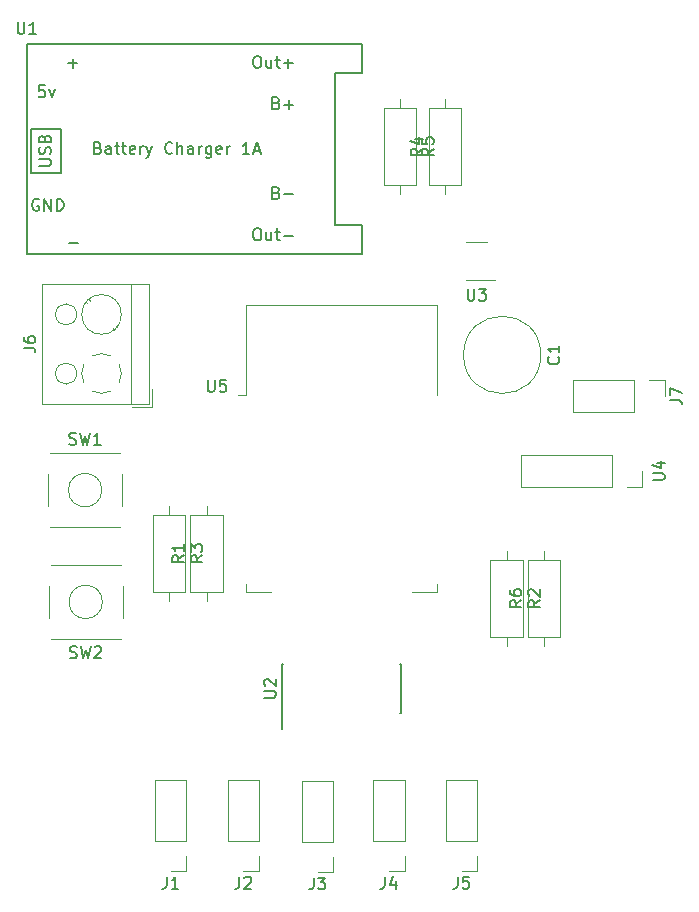
<source format=gbr>
G04 #@! TF.GenerationSoftware,KiCad,Pcbnew,5.0.2-bee76a0~70~ubuntu16.04.1*
G04 #@! TF.CreationDate,2019-08-20T20:13:55+02:00*
G04 #@! TF.ProjectId,connected_garden_pcb,636f6e6e-6563-4746-9564-5f6761726465,rev?*
G04 #@! TF.SameCoordinates,Original*
G04 #@! TF.FileFunction,Legend,Top*
G04 #@! TF.FilePolarity,Positive*
%FSLAX46Y46*%
G04 Gerber Fmt 4.6, Leading zero omitted, Abs format (unit mm)*
G04 Created by KiCad (PCBNEW 5.0.2-bee76a0~70~ubuntu16.04.1) date mar. 20 août 2019 20:13:55 CEST*
%MOMM*%
%LPD*%
G01*
G04 APERTURE LIST*
%ADD10C,0.120000*%
%ADD11C,0.150000*%
G04 APERTURE END LIST*
D10*
G04 #@! TO.C,J7*
X60265000Y-42485000D02*
X60265000Y-45145000D01*
X65405000Y-42485000D02*
X60265000Y-42485000D01*
X65405000Y-45145000D02*
X60265000Y-45145000D01*
X65405000Y-42485000D02*
X65405000Y-45145000D01*
X66675000Y-42485000D02*
X68005000Y-42485000D01*
X68005000Y-42485000D02*
X68005000Y-43815000D01*
G04 #@! TO.C,C1*
X57510230Y-40328215D02*
G75*
G03X57510230Y-40328215I-3270000J0D01*
G01*
G04 #@! TO.C,J1*
X27497958Y-84060712D02*
X26167958Y-84060712D01*
X27497958Y-82730712D02*
X27497958Y-84060712D01*
X27497958Y-81460712D02*
X24837958Y-81460712D01*
X24837958Y-81460712D02*
X24837958Y-76320712D01*
X27497958Y-81460712D02*
X27497958Y-76320712D01*
X27497958Y-76320712D02*
X24837958Y-76320712D01*
G04 #@! TO.C,J2*
X33655968Y-76320712D02*
X30995968Y-76320712D01*
X33655968Y-81460712D02*
X33655968Y-76320712D01*
X30995968Y-81460712D02*
X30995968Y-76320712D01*
X33655968Y-81460712D02*
X30995968Y-81460712D01*
X33655968Y-82730712D02*
X33655968Y-84060712D01*
X33655968Y-84060712D02*
X32325968Y-84060712D01*
G04 #@! TO.C,J3*
X39938000Y-84134000D02*
X38608000Y-84134000D01*
X39938000Y-82804000D02*
X39938000Y-84134000D01*
X39938000Y-81534000D02*
X37278000Y-81534000D01*
X37278000Y-81534000D02*
X37278000Y-76394000D01*
X39938000Y-81534000D02*
X39938000Y-76394000D01*
X39938000Y-76394000D02*
X37278000Y-76394000D01*
G04 #@! TO.C,J4*
X45971988Y-76320712D02*
X43311988Y-76320712D01*
X45971988Y-81460712D02*
X45971988Y-76320712D01*
X43311988Y-81460712D02*
X43311988Y-76320712D01*
X45971988Y-81460712D02*
X43311988Y-81460712D01*
X45971988Y-82730712D02*
X45971988Y-84060712D01*
X45971988Y-84060712D02*
X44641988Y-84060712D01*
G04 #@! TO.C,J5*
X52130000Y-84060712D02*
X50800000Y-84060712D01*
X52130000Y-82730712D02*
X52130000Y-84060712D01*
X52130000Y-81460712D02*
X49470000Y-81460712D01*
X49470000Y-81460712D02*
X49470000Y-76320712D01*
X52130000Y-81460712D02*
X52130000Y-76320712D01*
X52130000Y-76320712D02*
X49470000Y-76320712D01*
G04 #@! TO.C,J6*
X21803352Y-41121288D02*
G75*
G02X22000000Y-41910000I-1483352J-788712D01*
G01*
X19530912Y-40426047D02*
G75*
G02X21109000Y-40426000I789088J-1483953D01*
G01*
X18836047Y-42699088D02*
G75*
G02X18836000Y-41121000I1483953J789088D01*
G01*
X21109088Y-43393953D02*
G75*
G02X19531000Y-43394000I-789088J1483953D01*
G01*
X22000450Y-41880617D02*
G75*
G02X21804000Y-42699000I-1680450J-29383D01*
G01*
X18220000Y-41910000D02*
G75*
G03X18220000Y-41910000I-900000J0D01*
G01*
X22000000Y-36910000D02*
G75*
G03X22000000Y-36910000I-1680000J0D01*
G01*
X18220000Y-36910000D02*
G75*
G03X18220000Y-36910000I-900000J0D01*
G01*
X22820000Y-44470000D02*
X22820000Y-34350000D01*
X15260000Y-44470000D02*
X15260000Y-34350000D01*
X24380000Y-44470000D02*
X24380000Y-34350000D01*
X15260000Y-44470000D02*
X24380000Y-44470000D01*
X15260000Y-34350000D02*
X24380000Y-34350000D01*
X19251000Y-35635000D02*
X19344000Y-35729000D01*
X21536000Y-37920000D02*
X21594000Y-37979000D01*
X19045000Y-35840000D02*
X19104000Y-35899000D01*
X21296000Y-38090000D02*
X21389000Y-38184000D01*
X22880000Y-44710000D02*
X24620000Y-44710000D01*
X24620000Y-44710000D02*
X24620000Y-43210000D01*
G04 #@! TO.C,R1*
X27840000Y-60420000D02*
X30580000Y-60420000D01*
X30580000Y-60420000D02*
X30580000Y-53880000D01*
X30580000Y-53880000D02*
X27840000Y-53880000D01*
X27840000Y-53880000D02*
X27840000Y-60420000D01*
X29210000Y-61190000D02*
X29210000Y-60420000D01*
X29210000Y-53110000D02*
X29210000Y-53880000D01*
G04 #@! TO.C,R2*
X54610000Y-65000000D02*
X54610000Y-64230000D01*
X54610000Y-56920000D02*
X54610000Y-57690000D01*
X55980000Y-64230000D02*
X55980000Y-57690000D01*
X53240000Y-64230000D02*
X55980000Y-64230000D01*
X53240000Y-57690000D02*
X53240000Y-64230000D01*
X55980000Y-57690000D02*
X53240000Y-57690000D01*
G04 #@! TO.C,R3*
X26035000Y-61190000D02*
X26035000Y-60420000D01*
X26035000Y-53110000D02*
X26035000Y-53880000D01*
X27405000Y-60420000D02*
X27405000Y-53880000D01*
X24665000Y-60420000D02*
X27405000Y-60420000D01*
X24665000Y-53880000D02*
X24665000Y-60420000D01*
X27405000Y-53880000D02*
X24665000Y-53880000D01*
G04 #@! TO.C,R4*
X48046792Y-25972646D02*
X50786792Y-25972646D01*
X50786792Y-25972646D02*
X50786792Y-19432646D01*
X50786792Y-19432646D02*
X48046792Y-19432646D01*
X48046792Y-19432646D02*
X48046792Y-25972646D01*
X49416792Y-26742646D02*
X49416792Y-25972646D01*
X49416792Y-18662646D02*
X49416792Y-19432646D01*
G04 #@! TO.C,R5*
X45606792Y-26742646D02*
X45606792Y-25972646D01*
X45606792Y-18662646D02*
X45606792Y-19432646D01*
X46976792Y-25972646D02*
X46976792Y-19432646D01*
X44236792Y-25972646D02*
X46976792Y-25972646D01*
X44236792Y-19432646D02*
X44236792Y-25972646D01*
X46976792Y-19432646D02*
X44236792Y-19432646D01*
G04 #@! TO.C,R6*
X56415000Y-64230000D02*
X59155000Y-64230000D01*
X59155000Y-64230000D02*
X59155000Y-57690000D01*
X59155000Y-57690000D02*
X56415000Y-57690000D01*
X56415000Y-57690000D02*
X56415000Y-64230000D01*
X57785000Y-65000000D02*
X57785000Y-64230000D01*
X57785000Y-56920000D02*
X57785000Y-57690000D01*
G04 #@! TO.C,SW1*
X20339214Y-51780000D02*
G75*
G03X20339214Y-51780000I-1414214J0D01*
G01*
X15955000Y-54900000D02*
X21895000Y-54900000D01*
X15955000Y-48660000D02*
X21895000Y-48660000D01*
X15805000Y-53120000D02*
X15805000Y-50440000D01*
X22045000Y-50440000D02*
X22045000Y-53120000D01*
G04 #@! TO.C,SW2*
X15855000Y-62590000D02*
X15855000Y-59910000D01*
X22095000Y-59910000D02*
X22095000Y-62590000D01*
X21945000Y-64370000D02*
X16005000Y-64370000D01*
X21945000Y-58130000D02*
X16005000Y-58130000D01*
X20389214Y-61250000D02*
G75*
G03X20389214Y-61250000I-1414214J0D01*
G01*
D11*
G04 #@! TO.C,U1*
X13970000Y-13970000D02*
X40270000Y-13970000D01*
X14370000Y-24970000D02*
X14370000Y-21270000D01*
X16870000Y-24970000D02*
X14370000Y-24970000D01*
X16870000Y-21170000D02*
X16870000Y-24970000D01*
X14370000Y-21170000D02*
X16870000Y-21170000D01*
X13970000Y-31770000D02*
X13970000Y-13970000D01*
X42370000Y-31770000D02*
X13970000Y-31770000D01*
X42370000Y-29670000D02*
X42370000Y-31770000D01*
X42370000Y-16470000D02*
X40070000Y-16470000D01*
X42370000Y-13970000D02*
X42370000Y-16470000D01*
X40270000Y-13970000D02*
X42370000Y-13970000D01*
X42370000Y-29370000D02*
X42370000Y-29670000D01*
X40270000Y-29370000D02*
X42370000Y-29370000D01*
X40070000Y-29370000D02*
X40370000Y-29370000D01*
X40070000Y-16470000D02*
X40070000Y-29370000D01*
D10*
G04 #@! TO.C,U3*
X52970000Y-30775000D02*
X51170000Y-30775000D01*
X51170000Y-33995000D02*
X53620000Y-33995000D01*
G04 #@! TO.C,U4*
X63500000Y-48835000D02*
X63500000Y-51495000D01*
X63500000Y-48835000D02*
X55820000Y-48835000D01*
X55820000Y-48835000D02*
X55820000Y-51495000D01*
X63500000Y-51495000D02*
X55820000Y-51495000D01*
X66100000Y-51495000D02*
X64770000Y-51495000D01*
X66100000Y-50165000D02*
X66100000Y-51495000D01*
G04 #@! TO.C,U5*
X32520000Y-36140000D02*
X48760000Y-36140000D01*
X48760000Y-36140000D02*
X48760000Y-43760000D01*
X48760000Y-59760000D02*
X48760000Y-60380000D01*
X48760000Y-60380000D02*
X46640000Y-60380000D01*
X34640000Y-60380000D02*
X32520000Y-60380000D01*
X32520000Y-60380000D02*
X32520000Y-59760000D01*
X32520000Y-43760000D02*
X32520000Y-36140000D01*
X32520000Y-43760000D02*
X31910000Y-43760000D01*
D11*
G04 #@! TO.C,U2*
X35565000Y-70655000D02*
X35590000Y-70655000D01*
X35565000Y-66505000D02*
X35670000Y-66505000D01*
X45715000Y-66505000D02*
X45610000Y-66505000D01*
X45715000Y-70655000D02*
X45610000Y-70655000D01*
X35565000Y-70655000D02*
X35565000Y-66505000D01*
X45715000Y-70655000D02*
X45715000Y-66505000D01*
X35590000Y-70655000D02*
X35590000Y-72030000D01*
G04 #@! TO.C,J7*
X68457380Y-44148333D02*
X69171666Y-44148333D01*
X69314523Y-44195952D01*
X69409761Y-44291190D01*
X69457380Y-44434047D01*
X69457380Y-44529285D01*
X68457380Y-43767380D02*
X68457380Y-43100714D01*
X69457380Y-43529285D01*
G04 #@! TO.C,C1*
X58997372Y-40494881D02*
X59044991Y-40542500D01*
X59092610Y-40685357D01*
X59092610Y-40780595D01*
X59044991Y-40923453D01*
X58949753Y-41018691D01*
X58854515Y-41066310D01*
X58664039Y-41113929D01*
X58521182Y-41113929D01*
X58330706Y-41066310D01*
X58235468Y-41018691D01*
X58140230Y-40923453D01*
X58092610Y-40780595D01*
X58092610Y-40685357D01*
X58140230Y-40542500D01*
X58187849Y-40494881D01*
X59092610Y-39542500D02*
X59092610Y-40113929D01*
X59092610Y-39828215D02*
X58092610Y-39828215D01*
X58235468Y-39923453D01*
X58330706Y-40018691D01*
X58378325Y-40113929D01*
G04 #@! TO.C,J1*
X25834624Y-84513092D02*
X25834624Y-85227378D01*
X25787005Y-85370235D01*
X25691767Y-85465473D01*
X25548910Y-85513092D01*
X25453672Y-85513092D01*
X26834624Y-85513092D02*
X26263196Y-85513092D01*
X26548910Y-85513092D02*
X26548910Y-84513092D01*
X26453672Y-84655950D01*
X26358434Y-84751188D01*
X26263196Y-84798807D01*
G04 #@! TO.C,J2*
X31992634Y-84513092D02*
X31992634Y-85227378D01*
X31945015Y-85370235D01*
X31849777Y-85465473D01*
X31706920Y-85513092D01*
X31611682Y-85513092D01*
X32421206Y-84608331D02*
X32468825Y-84560712D01*
X32564063Y-84513092D01*
X32802158Y-84513092D01*
X32897396Y-84560712D01*
X32945015Y-84608331D01*
X32992634Y-84703569D01*
X32992634Y-84798807D01*
X32945015Y-84941664D01*
X32373587Y-85513092D01*
X32992634Y-85513092D01*
G04 #@! TO.C,J3*
X38274666Y-84586380D02*
X38274666Y-85300666D01*
X38227047Y-85443523D01*
X38131809Y-85538761D01*
X37988952Y-85586380D01*
X37893714Y-85586380D01*
X38655619Y-84586380D02*
X39274666Y-84586380D01*
X38941333Y-84967333D01*
X39084190Y-84967333D01*
X39179428Y-85014952D01*
X39227047Y-85062571D01*
X39274666Y-85157809D01*
X39274666Y-85395904D01*
X39227047Y-85491142D01*
X39179428Y-85538761D01*
X39084190Y-85586380D01*
X38798476Y-85586380D01*
X38703238Y-85538761D01*
X38655619Y-85491142D01*
G04 #@! TO.C,J4*
X44308654Y-84513092D02*
X44308654Y-85227378D01*
X44261035Y-85370235D01*
X44165797Y-85465473D01*
X44022940Y-85513092D01*
X43927702Y-85513092D01*
X45213416Y-84846426D02*
X45213416Y-85513092D01*
X44975321Y-84465473D02*
X44737226Y-85179759D01*
X45356273Y-85179759D01*
G04 #@! TO.C,J5*
X50466666Y-84513092D02*
X50466666Y-85227378D01*
X50419047Y-85370235D01*
X50323809Y-85465473D01*
X50180952Y-85513092D01*
X50085714Y-85513092D01*
X51419047Y-84513092D02*
X50942857Y-84513092D01*
X50895238Y-84989283D01*
X50942857Y-84941664D01*
X51038095Y-84894045D01*
X51276190Y-84894045D01*
X51371428Y-84941664D01*
X51419047Y-84989283D01*
X51466666Y-85084521D01*
X51466666Y-85322616D01*
X51419047Y-85417854D01*
X51371428Y-85465473D01*
X51276190Y-85513092D01*
X51038095Y-85513092D01*
X50942857Y-85465473D01*
X50895238Y-85417854D01*
G04 #@! TO.C,J6*
X13712380Y-39743333D02*
X14426666Y-39743333D01*
X14569523Y-39790952D01*
X14664761Y-39886190D01*
X14712380Y-40029047D01*
X14712380Y-40124285D01*
X13712380Y-38838571D02*
X13712380Y-39029047D01*
X13760000Y-39124285D01*
X13807619Y-39171904D01*
X13950476Y-39267142D01*
X14140952Y-39314761D01*
X14521904Y-39314761D01*
X14617142Y-39267142D01*
X14664761Y-39219523D01*
X14712380Y-39124285D01*
X14712380Y-38933809D01*
X14664761Y-38838571D01*
X14617142Y-38790952D01*
X14521904Y-38743333D01*
X14283809Y-38743333D01*
X14188571Y-38790952D01*
X14140952Y-38838571D01*
X14093333Y-38933809D01*
X14093333Y-39124285D01*
X14140952Y-39219523D01*
X14188571Y-39267142D01*
X14283809Y-39314761D01*
G04 #@! TO.C,R1*
X27292380Y-57316666D02*
X26816190Y-57650000D01*
X27292380Y-57888095D02*
X26292380Y-57888095D01*
X26292380Y-57507142D01*
X26340000Y-57411904D01*
X26387619Y-57364285D01*
X26482857Y-57316666D01*
X26625714Y-57316666D01*
X26720952Y-57364285D01*
X26768571Y-57411904D01*
X26816190Y-57507142D01*
X26816190Y-57888095D01*
X27292380Y-56364285D02*
X27292380Y-56935714D01*
X27292380Y-56650000D02*
X26292380Y-56650000D01*
X26435238Y-56745238D01*
X26530476Y-56840476D01*
X26578095Y-56935714D01*
G04 #@! TO.C,R2*
X57432380Y-61126666D02*
X56956190Y-61460000D01*
X57432380Y-61698095D02*
X56432380Y-61698095D01*
X56432380Y-61317142D01*
X56480000Y-61221904D01*
X56527619Y-61174285D01*
X56622857Y-61126666D01*
X56765714Y-61126666D01*
X56860952Y-61174285D01*
X56908571Y-61221904D01*
X56956190Y-61317142D01*
X56956190Y-61698095D01*
X56527619Y-60745714D02*
X56480000Y-60698095D01*
X56432380Y-60602857D01*
X56432380Y-60364761D01*
X56480000Y-60269523D01*
X56527619Y-60221904D01*
X56622857Y-60174285D01*
X56718095Y-60174285D01*
X56860952Y-60221904D01*
X57432380Y-60793333D01*
X57432380Y-60174285D01*
G04 #@! TO.C,R3*
X28857380Y-57316666D02*
X28381190Y-57650000D01*
X28857380Y-57888095D02*
X27857380Y-57888095D01*
X27857380Y-57507142D01*
X27905000Y-57411904D01*
X27952619Y-57364285D01*
X28047857Y-57316666D01*
X28190714Y-57316666D01*
X28285952Y-57364285D01*
X28333571Y-57411904D01*
X28381190Y-57507142D01*
X28381190Y-57888095D01*
X27857380Y-56983333D02*
X27857380Y-56364285D01*
X28238333Y-56697619D01*
X28238333Y-56554761D01*
X28285952Y-56459523D01*
X28333571Y-56411904D01*
X28428809Y-56364285D01*
X28666904Y-56364285D01*
X28762142Y-56411904D01*
X28809761Y-56459523D01*
X28857380Y-56554761D01*
X28857380Y-56840476D01*
X28809761Y-56935714D01*
X28762142Y-56983333D01*
G04 #@! TO.C,R4*
X47499172Y-22869312D02*
X47022982Y-23202646D01*
X47499172Y-23440741D02*
X46499172Y-23440741D01*
X46499172Y-23059788D01*
X46546792Y-22964550D01*
X46594411Y-22916931D01*
X46689649Y-22869312D01*
X46832506Y-22869312D01*
X46927744Y-22916931D01*
X46975363Y-22964550D01*
X47022982Y-23059788D01*
X47022982Y-23440741D01*
X46832506Y-22012169D02*
X47499172Y-22012169D01*
X46451553Y-22250265D02*
X47165839Y-22488360D01*
X47165839Y-21869312D01*
G04 #@! TO.C,R5*
X48429172Y-22869312D02*
X47952982Y-23202646D01*
X48429172Y-23440741D02*
X47429172Y-23440741D01*
X47429172Y-23059788D01*
X47476792Y-22964550D01*
X47524411Y-22916931D01*
X47619649Y-22869312D01*
X47762506Y-22869312D01*
X47857744Y-22916931D01*
X47905363Y-22964550D01*
X47952982Y-23059788D01*
X47952982Y-23440741D01*
X47429172Y-21964550D02*
X47429172Y-22440741D01*
X47905363Y-22488360D01*
X47857744Y-22440741D01*
X47810125Y-22345503D01*
X47810125Y-22107407D01*
X47857744Y-22012169D01*
X47905363Y-21964550D01*
X48000601Y-21916931D01*
X48238696Y-21916931D01*
X48333934Y-21964550D01*
X48381553Y-22012169D01*
X48429172Y-22107407D01*
X48429172Y-22345503D01*
X48381553Y-22440741D01*
X48333934Y-22488360D01*
G04 #@! TO.C,R6*
X55867380Y-61126666D02*
X55391190Y-61460000D01*
X55867380Y-61698095D02*
X54867380Y-61698095D01*
X54867380Y-61317142D01*
X54915000Y-61221904D01*
X54962619Y-61174285D01*
X55057857Y-61126666D01*
X55200714Y-61126666D01*
X55295952Y-61174285D01*
X55343571Y-61221904D01*
X55391190Y-61317142D01*
X55391190Y-61698095D01*
X54867380Y-60269523D02*
X54867380Y-60460000D01*
X54915000Y-60555238D01*
X54962619Y-60602857D01*
X55105476Y-60698095D01*
X55295952Y-60745714D01*
X55676904Y-60745714D01*
X55772142Y-60698095D01*
X55819761Y-60650476D01*
X55867380Y-60555238D01*
X55867380Y-60364761D01*
X55819761Y-60269523D01*
X55772142Y-60221904D01*
X55676904Y-60174285D01*
X55438809Y-60174285D01*
X55343571Y-60221904D01*
X55295952Y-60269523D01*
X55248333Y-60364761D01*
X55248333Y-60555238D01*
X55295952Y-60650476D01*
X55343571Y-60698095D01*
X55438809Y-60745714D01*
G04 #@! TO.C,SW1*
X17591666Y-47884761D02*
X17734523Y-47932380D01*
X17972619Y-47932380D01*
X18067857Y-47884761D01*
X18115476Y-47837142D01*
X18163095Y-47741904D01*
X18163095Y-47646666D01*
X18115476Y-47551428D01*
X18067857Y-47503809D01*
X17972619Y-47456190D01*
X17782142Y-47408571D01*
X17686904Y-47360952D01*
X17639285Y-47313333D01*
X17591666Y-47218095D01*
X17591666Y-47122857D01*
X17639285Y-47027619D01*
X17686904Y-46980000D01*
X17782142Y-46932380D01*
X18020238Y-46932380D01*
X18163095Y-46980000D01*
X18496428Y-46932380D02*
X18734523Y-47932380D01*
X18925000Y-47218095D01*
X19115476Y-47932380D01*
X19353571Y-46932380D01*
X20258333Y-47932380D02*
X19686904Y-47932380D01*
X19972619Y-47932380D02*
X19972619Y-46932380D01*
X19877380Y-47075238D01*
X19782142Y-47170476D01*
X19686904Y-47218095D01*
G04 #@! TO.C,SW2*
X17641666Y-65954761D02*
X17784523Y-66002380D01*
X18022619Y-66002380D01*
X18117857Y-65954761D01*
X18165476Y-65907142D01*
X18213095Y-65811904D01*
X18213095Y-65716666D01*
X18165476Y-65621428D01*
X18117857Y-65573809D01*
X18022619Y-65526190D01*
X17832142Y-65478571D01*
X17736904Y-65430952D01*
X17689285Y-65383333D01*
X17641666Y-65288095D01*
X17641666Y-65192857D01*
X17689285Y-65097619D01*
X17736904Y-65050000D01*
X17832142Y-65002380D01*
X18070238Y-65002380D01*
X18213095Y-65050000D01*
X18546428Y-65002380D02*
X18784523Y-66002380D01*
X18975000Y-65288095D01*
X19165476Y-66002380D01*
X19403571Y-65002380D01*
X19736904Y-65097619D02*
X19784523Y-65050000D01*
X19879761Y-65002380D01*
X20117857Y-65002380D01*
X20213095Y-65050000D01*
X20260714Y-65097619D01*
X20308333Y-65192857D01*
X20308333Y-65288095D01*
X20260714Y-65430952D01*
X19689285Y-66002380D01*
X20308333Y-66002380D01*
G04 #@! TO.C,U1*
X13208095Y-12152380D02*
X13208095Y-12961904D01*
X13255714Y-13057142D01*
X13303333Y-13104761D01*
X13398571Y-13152380D01*
X13589047Y-13152380D01*
X13684285Y-13104761D01*
X13731904Y-13057142D01*
X13779523Y-12961904D01*
X13779523Y-12152380D01*
X14779523Y-13152380D02*
X14208095Y-13152380D01*
X14493809Y-13152380D02*
X14493809Y-12152380D01*
X14398571Y-12295238D01*
X14303333Y-12390476D01*
X14208095Y-12438095D01*
X17489047Y-15641428D02*
X18250952Y-15641428D01*
X17870000Y-16022380D02*
X17870000Y-15260476D01*
X17589047Y-30841428D02*
X18350952Y-30841428D01*
X15022380Y-24331904D02*
X15831904Y-24331904D01*
X15927142Y-24284285D01*
X15974761Y-24236666D01*
X16022380Y-24141428D01*
X16022380Y-23950952D01*
X15974761Y-23855714D01*
X15927142Y-23808095D01*
X15831904Y-23760476D01*
X15022380Y-23760476D01*
X15974761Y-23331904D02*
X16022380Y-23189047D01*
X16022380Y-22950952D01*
X15974761Y-22855714D01*
X15927142Y-22808095D01*
X15831904Y-22760476D01*
X15736666Y-22760476D01*
X15641428Y-22808095D01*
X15593809Y-22855714D01*
X15546190Y-22950952D01*
X15498571Y-23141428D01*
X15450952Y-23236666D01*
X15403333Y-23284285D01*
X15308095Y-23331904D01*
X15212857Y-23331904D01*
X15117619Y-23284285D01*
X15070000Y-23236666D01*
X15022380Y-23141428D01*
X15022380Y-22903333D01*
X15070000Y-22760476D01*
X15498571Y-21998571D02*
X15546190Y-21855714D01*
X15593809Y-21808095D01*
X15689047Y-21760476D01*
X15831904Y-21760476D01*
X15927142Y-21808095D01*
X15974761Y-21855714D01*
X16022380Y-21950952D01*
X16022380Y-22331904D01*
X15022380Y-22331904D01*
X15022380Y-21998571D01*
X15070000Y-21903333D01*
X15117619Y-21855714D01*
X15212857Y-21808095D01*
X15308095Y-21808095D01*
X15403333Y-21855714D01*
X15450952Y-21903333D01*
X15498571Y-21998571D01*
X15498571Y-22331904D01*
X33417619Y-29622380D02*
X33608095Y-29622380D01*
X33703333Y-29670000D01*
X33798571Y-29765238D01*
X33846190Y-29955714D01*
X33846190Y-30289047D01*
X33798571Y-30479523D01*
X33703333Y-30574761D01*
X33608095Y-30622380D01*
X33417619Y-30622380D01*
X33322380Y-30574761D01*
X33227142Y-30479523D01*
X33179523Y-30289047D01*
X33179523Y-29955714D01*
X33227142Y-29765238D01*
X33322380Y-29670000D01*
X33417619Y-29622380D01*
X34703333Y-29955714D02*
X34703333Y-30622380D01*
X34274761Y-29955714D02*
X34274761Y-30479523D01*
X34322380Y-30574761D01*
X34417619Y-30622380D01*
X34560476Y-30622380D01*
X34655714Y-30574761D01*
X34703333Y-30527142D01*
X35036666Y-29955714D02*
X35417619Y-29955714D01*
X35179523Y-29622380D02*
X35179523Y-30479523D01*
X35227142Y-30574761D01*
X35322380Y-30622380D01*
X35417619Y-30622380D01*
X35750952Y-30241428D02*
X36512857Y-30241428D01*
X33417619Y-15022380D02*
X33608095Y-15022380D01*
X33703333Y-15070000D01*
X33798571Y-15165238D01*
X33846190Y-15355714D01*
X33846190Y-15689047D01*
X33798571Y-15879523D01*
X33703333Y-15974761D01*
X33608095Y-16022380D01*
X33417619Y-16022380D01*
X33322380Y-15974761D01*
X33227142Y-15879523D01*
X33179523Y-15689047D01*
X33179523Y-15355714D01*
X33227142Y-15165238D01*
X33322380Y-15070000D01*
X33417619Y-15022380D01*
X34703333Y-15355714D02*
X34703333Y-16022380D01*
X34274761Y-15355714D02*
X34274761Y-15879523D01*
X34322380Y-15974761D01*
X34417619Y-16022380D01*
X34560476Y-16022380D01*
X34655714Y-15974761D01*
X34703333Y-15927142D01*
X35036666Y-15355714D02*
X35417619Y-15355714D01*
X35179523Y-15022380D02*
X35179523Y-15879523D01*
X35227142Y-15974761D01*
X35322380Y-16022380D01*
X35417619Y-16022380D01*
X35750952Y-15641428D02*
X36512857Y-15641428D01*
X36131904Y-16022380D02*
X36131904Y-15260476D01*
X35122380Y-26598571D02*
X35265238Y-26646190D01*
X35312857Y-26693809D01*
X35360476Y-26789047D01*
X35360476Y-26931904D01*
X35312857Y-27027142D01*
X35265238Y-27074761D01*
X35170000Y-27122380D01*
X34789047Y-27122380D01*
X34789047Y-26122380D01*
X35122380Y-26122380D01*
X35217619Y-26170000D01*
X35265238Y-26217619D01*
X35312857Y-26312857D01*
X35312857Y-26408095D01*
X35265238Y-26503333D01*
X35217619Y-26550952D01*
X35122380Y-26598571D01*
X34789047Y-26598571D01*
X35789047Y-26741428D02*
X36550952Y-26741428D01*
X35122380Y-18998571D02*
X35265238Y-19046190D01*
X35312857Y-19093809D01*
X35360476Y-19189047D01*
X35360476Y-19331904D01*
X35312857Y-19427142D01*
X35265238Y-19474761D01*
X35170000Y-19522380D01*
X34789047Y-19522380D01*
X34789047Y-18522380D01*
X35122380Y-18522380D01*
X35217619Y-18570000D01*
X35265238Y-18617619D01*
X35312857Y-18712857D01*
X35312857Y-18808095D01*
X35265238Y-18903333D01*
X35217619Y-18950952D01*
X35122380Y-18998571D01*
X34789047Y-18998571D01*
X35789047Y-19141428D02*
X36550952Y-19141428D01*
X36170000Y-19522380D02*
X36170000Y-18760476D01*
X15527142Y-17522380D02*
X15050952Y-17522380D01*
X15003333Y-17998571D01*
X15050952Y-17950952D01*
X15146190Y-17903333D01*
X15384285Y-17903333D01*
X15479523Y-17950952D01*
X15527142Y-17998571D01*
X15574761Y-18093809D01*
X15574761Y-18331904D01*
X15527142Y-18427142D01*
X15479523Y-18474761D01*
X15384285Y-18522380D01*
X15146190Y-18522380D01*
X15050952Y-18474761D01*
X15003333Y-18427142D01*
X15908095Y-17855714D02*
X16146190Y-18522380D01*
X16384285Y-17855714D01*
X15008095Y-27170000D02*
X14912857Y-27122380D01*
X14770000Y-27122380D01*
X14627142Y-27170000D01*
X14531904Y-27265238D01*
X14484285Y-27360476D01*
X14436666Y-27550952D01*
X14436666Y-27693809D01*
X14484285Y-27884285D01*
X14531904Y-27979523D01*
X14627142Y-28074761D01*
X14770000Y-28122380D01*
X14865238Y-28122380D01*
X15008095Y-28074761D01*
X15055714Y-28027142D01*
X15055714Y-27693809D01*
X14865238Y-27693809D01*
X15484285Y-28122380D02*
X15484285Y-27122380D01*
X16055714Y-28122380D01*
X16055714Y-27122380D01*
X16531904Y-28122380D02*
X16531904Y-27122380D01*
X16770000Y-27122380D01*
X16912857Y-27170000D01*
X17008095Y-27265238D01*
X17055714Y-27360476D01*
X17103333Y-27550952D01*
X17103333Y-27693809D01*
X17055714Y-27884285D01*
X17008095Y-27979523D01*
X16912857Y-28074761D01*
X16770000Y-28122380D01*
X16531904Y-28122380D01*
X20027142Y-22798571D02*
X20169999Y-22846190D01*
X20217619Y-22893809D01*
X20265238Y-22989047D01*
X20265238Y-23131904D01*
X20217619Y-23227142D01*
X20169999Y-23274761D01*
X20074761Y-23322380D01*
X19693809Y-23322380D01*
X19693809Y-22322380D01*
X20027142Y-22322380D01*
X20122380Y-22370000D01*
X20169999Y-22417619D01*
X20217619Y-22512857D01*
X20217619Y-22608095D01*
X20169999Y-22703333D01*
X20122380Y-22750952D01*
X20027142Y-22798571D01*
X19693809Y-22798571D01*
X21122380Y-23322380D02*
X21122380Y-22798571D01*
X21074761Y-22703333D01*
X20979523Y-22655714D01*
X20789047Y-22655714D01*
X20693809Y-22703333D01*
X21122380Y-23274761D02*
X21027142Y-23322380D01*
X20789047Y-23322380D01*
X20693809Y-23274761D01*
X20646190Y-23179523D01*
X20646190Y-23084285D01*
X20693809Y-22989047D01*
X20789047Y-22941428D01*
X21027142Y-22941428D01*
X21122380Y-22893809D01*
X21455714Y-22655714D02*
X21836666Y-22655714D01*
X21598571Y-22322380D02*
X21598571Y-23179523D01*
X21646190Y-23274761D01*
X21741428Y-23322380D01*
X21836666Y-23322380D01*
X22027142Y-22655714D02*
X22408095Y-22655714D01*
X22169999Y-22322380D02*
X22169999Y-23179523D01*
X22217619Y-23274761D01*
X22312857Y-23322380D01*
X22408095Y-23322380D01*
X23122380Y-23274761D02*
X23027142Y-23322380D01*
X22836666Y-23322380D01*
X22741428Y-23274761D01*
X22693809Y-23179523D01*
X22693809Y-22798571D01*
X22741428Y-22703333D01*
X22836666Y-22655714D01*
X23027142Y-22655714D01*
X23122380Y-22703333D01*
X23169999Y-22798571D01*
X23169999Y-22893809D01*
X22693809Y-22989047D01*
X23598571Y-23322380D02*
X23598571Y-22655714D01*
X23598571Y-22846190D02*
X23646190Y-22750952D01*
X23693809Y-22703333D01*
X23789047Y-22655714D01*
X23884285Y-22655714D01*
X24122380Y-22655714D02*
X24360476Y-23322380D01*
X24598571Y-22655714D02*
X24360476Y-23322380D01*
X24265238Y-23560476D01*
X24217619Y-23608095D01*
X24122380Y-23655714D01*
X26312857Y-23227142D02*
X26265238Y-23274761D01*
X26122380Y-23322380D01*
X26027142Y-23322380D01*
X25884285Y-23274761D01*
X25789047Y-23179523D01*
X25741428Y-23084285D01*
X25693809Y-22893809D01*
X25693809Y-22750952D01*
X25741428Y-22560476D01*
X25789047Y-22465238D01*
X25884285Y-22370000D01*
X26027142Y-22322380D01*
X26122380Y-22322380D01*
X26265238Y-22370000D01*
X26312857Y-22417619D01*
X26741428Y-23322380D02*
X26741428Y-22322380D01*
X27170000Y-23322380D02*
X27170000Y-22798571D01*
X27122380Y-22703333D01*
X27027142Y-22655714D01*
X26884285Y-22655714D01*
X26789047Y-22703333D01*
X26741428Y-22750952D01*
X28074761Y-23322380D02*
X28074761Y-22798571D01*
X28027142Y-22703333D01*
X27931904Y-22655714D01*
X27741428Y-22655714D01*
X27646190Y-22703333D01*
X28074761Y-23274761D02*
X27979523Y-23322380D01*
X27741428Y-23322380D01*
X27646190Y-23274761D01*
X27598571Y-23179523D01*
X27598571Y-23084285D01*
X27646190Y-22989047D01*
X27741428Y-22941428D01*
X27979523Y-22941428D01*
X28074761Y-22893809D01*
X28550952Y-23322380D02*
X28550952Y-22655714D01*
X28550952Y-22846190D02*
X28598571Y-22750952D01*
X28646190Y-22703333D01*
X28741428Y-22655714D01*
X28836666Y-22655714D01*
X29598571Y-22655714D02*
X29598571Y-23465238D01*
X29550952Y-23560476D01*
X29503333Y-23608095D01*
X29408095Y-23655714D01*
X29265238Y-23655714D01*
X29170000Y-23608095D01*
X29598571Y-23274761D02*
X29503333Y-23322380D01*
X29312857Y-23322380D01*
X29217619Y-23274761D01*
X29170000Y-23227142D01*
X29122380Y-23131904D01*
X29122380Y-22846190D01*
X29170000Y-22750952D01*
X29217619Y-22703333D01*
X29312857Y-22655714D01*
X29503333Y-22655714D01*
X29598571Y-22703333D01*
X30455714Y-23274761D02*
X30360476Y-23322380D01*
X30170000Y-23322380D01*
X30074761Y-23274761D01*
X30027142Y-23179523D01*
X30027142Y-22798571D01*
X30074761Y-22703333D01*
X30170000Y-22655714D01*
X30360476Y-22655714D01*
X30455714Y-22703333D01*
X30503333Y-22798571D01*
X30503333Y-22893809D01*
X30027142Y-22989047D01*
X30931904Y-23322380D02*
X30931904Y-22655714D01*
X30931904Y-22846190D02*
X30979523Y-22750952D01*
X31027142Y-22703333D01*
X31122380Y-22655714D01*
X31217619Y-22655714D01*
X32836666Y-23322380D02*
X32265238Y-23322380D01*
X32550952Y-23322380D02*
X32550952Y-22322380D01*
X32455714Y-22465238D01*
X32360476Y-22560476D01*
X32265238Y-22608095D01*
X33217619Y-23036666D02*
X33693809Y-23036666D01*
X33122380Y-23322380D02*
X33455714Y-22322380D01*
X33789047Y-23322380D01*
G04 #@! TO.C,U3*
X51308095Y-34737380D02*
X51308095Y-35546904D01*
X51355714Y-35642142D01*
X51403333Y-35689761D01*
X51498571Y-35737380D01*
X51689047Y-35737380D01*
X51784285Y-35689761D01*
X51831904Y-35642142D01*
X51879523Y-35546904D01*
X51879523Y-34737380D01*
X52260476Y-34737380D02*
X52879523Y-34737380D01*
X52546190Y-35118333D01*
X52689047Y-35118333D01*
X52784285Y-35165952D01*
X52831904Y-35213571D01*
X52879523Y-35308809D01*
X52879523Y-35546904D01*
X52831904Y-35642142D01*
X52784285Y-35689761D01*
X52689047Y-35737380D01*
X52403333Y-35737380D01*
X52308095Y-35689761D01*
X52260476Y-35642142D01*
G04 #@! TO.C,U4*
X66992380Y-50926904D02*
X67801904Y-50926904D01*
X67897142Y-50879285D01*
X67944761Y-50831666D01*
X67992380Y-50736428D01*
X67992380Y-50545952D01*
X67944761Y-50450714D01*
X67897142Y-50403095D01*
X67801904Y-50355476D01*
X66992380Y-50355476D01*
X67325714Y-49450714D02*
X67992380Y-49450714D01*
X66944761Y-49688809D02*
X67659047Y-49926904D01*
X67659047Y-49307857D01*
G04 #@! TO.C,U5*
X29318095Y-42452380D02*
X29318095Y-43261904D01*
X29365714Y-43357142D01*
X29413333Y-43404761D01*
X29508571Y-43452380D01*
X29699047Y-43452380D01*
X29794285Y-43404761D01*
X29841904Y-43357142D01*
X29889523Y-43261904D01*
X29889523Y-42452380D01*
X30841904Y-42452380D02*
X30365714Y-42452380D01*
X30318095Y-42928571D01*
X30365714Y-42880952D01*
X30460952Y-42833333D01*
X30699047Y-42833333D01*
X30794285Y-42880952D01*
X30841904Y-42928571D01*
X30889523Y-43023809D01*
X30889523Y-43261904D01*
X30841904Y-43357142D01*
X30794285Y-43404761D01*
X30699047Y-43452380D01*
X30460952Y-43452380D01*
X30365714Y-43404761D01*
X30318095Y-43357142D01*
G04 #@! TO.C,U2*
X34092380Y-69341904D02*
X34901904Y-69341904D01*
X34997142Y-69294285D01*
X35044761Y-69246666D01*
X35092380Y-69151428D01*
X35092380Y-68960952D01*
X35044761Y-68865714D01*
X34997142Y-68818095D01*
X34901904Y-68770476D01*
X34092380Y-68770476D01*
X34187619Y-68341904D02*
X34140000Y-68294285D01*
X34092380Y-68199047D01*
X34092380Y-67960952D01*
X34140000Y-67865714D01*
X34187619Y-67818095D01*
X34282857Y-67770476D01*
X34378095Y-67770476D01*
X34520952Y-67818095D01*
X35092380Y-68389523D01*
X35092380Y-67770476D01*
G04 #@! TD*
M02*

</source>
